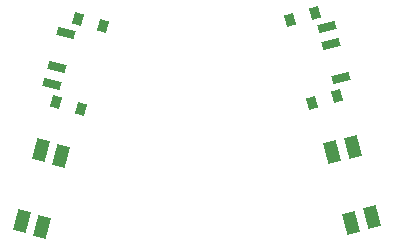
<source format=gbr>
%TF.GenerationSoftware,KiCad,Pcbnew,7.0.7*%
%TF.CreationDate,2023-10-03T23:41:34-07:00*%
%TF.ProjectId,neighboard,6e656967-6862-46f6-9172-642e6b696361,1.1*%
%TF.SameCoordinates,Original*%
%TF.FileFunction,Paste,Bot*%
%TF.FilePolarity,Positive*%
%FSLAX46Y46*%
G04 Gerber Fmt 4.6, Leading zero omitted, Abs format (unit mm)*
G04 Created by KiCad (PCBNEW 7.0.7) date 2023-10-03 23:41:34*
%MOMM*%
%LPD*%
G01*
G04 APERTURE LIST*
G04 Aperture macros list*
%AMRotRect*
0 Rectangle, with rotation*
0 The origin of the aperture is its center*
0 $1 length*
0 $2 width*
0 $3 Rotation angle, in degrees counterclockwise*
0 Add horizontal line*
21,1,$1,$2,0,0,$3*%
G04 Aperture macros list end*
%ADD10RotRect,1.800000X1.100000X105.000000*%
%ADD11RotRect,1.800000X1.100000X255.000000*%
%ADD12RotRect,0.700000X1.500000X105.000000*%
%ADD13RotRect,1.000000X0.800000X105.000000*%
%ADD14RotRect,0.700000X1.500000X255.000000*%
%ADD15RotRect,1.000000X0.800000X255.000000*%
G04 APERTURE END LIST*
D10*
%TO.C,SW34*%
X221411217Y-179690674D03*
X223015895Y-185679414D03*
X219672551Y-180156548D03*
X221277229Y-186145288D03*
%TD*%
D11*
%TO.C,SW33*%
X193395477Y-185992928D03*
X195000155Y-180004188D03*
X195134143Y-186458802D03*
X196738821Y-180470062D03*
%TD*%
D12*
%TO.C,SW32*%
X219216093Y-169549830D03*
X219604322Y-170998718D03*
X220380779Y-173896496D03*
D13*
X218225895Y-168365766D03*
X216091199Y-168937756D03*
X220115274Y-175417024D03*
X217980578Y-175989015D03*
%TD*%
D14*
%TO.C,SW31*%
X195981754Y-174401820D03*
X196369983Y-172952931D03*
X197146440Y-170055154D03*
D15*
X196247259Y-175922348D03*
X198381955Y-176494339D03*
X198136638Y-168871090D03*
X200271334Y-169443080D03*
%TD*%
M02*

</source>
